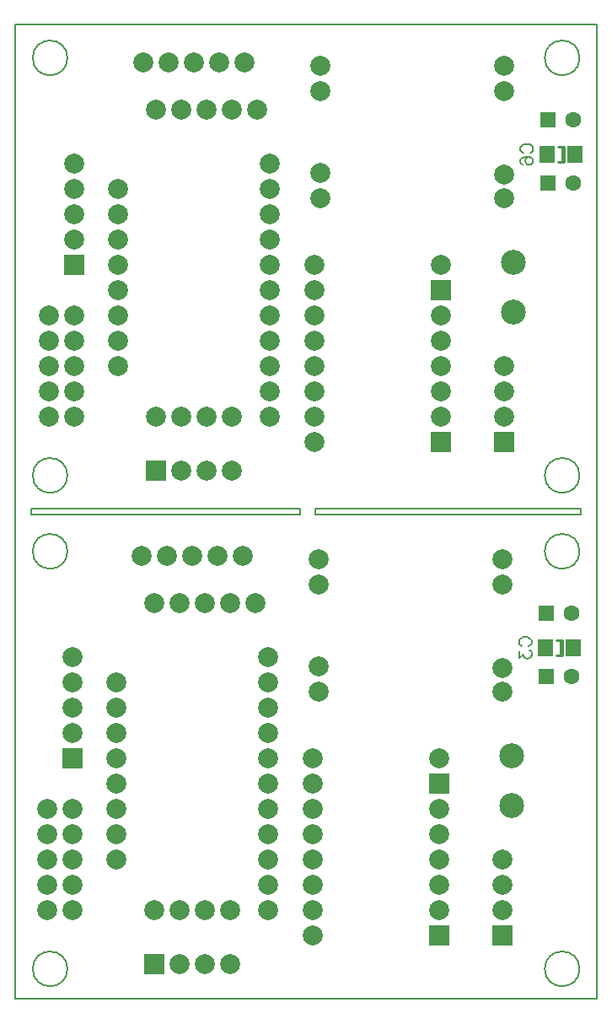
<source format=gbr>
G04 DipTrace 3.3.1.0*
G04 BottomAssy.gbr*
%MOMM*%
G04 #@! TF.FileFunction,Drawing,Bot*
G04 #@! TF.Part,Single*
%ADD10C,0.25*%
%ADD11C,0.14*%
G04 #@! TA.AperFunction,ComponentPad*
%ADD20C,2.5*%
%ADD24R,1.6X1.6*%
%ADD25C,1.6*%
%ADD28R,1.6X1.8*%
G04 #@! TA.AperFunction,ComponentPad*
%ADD29R,2.0X2.0*%
%ADD30C,2.0*%
%ADD32C,2.0*%
%ADD52C,0.19608*%
%FSLAX35Y35*%
G04*
G71*
G90*
G75*
G01*
G04 BotAssy*
%LPD*%
D20*
X5984750Y2936750D3*
Y3436750D3*
X6000627Y7889750D3*
Y8389750D3*
D24*
X6334000Y4873500D3*
D25*
X6588000D3*
D24*
X6334000Y4238500D3*
D25*
X6588000D3*
X6474873Y4444330D2*
D10*
Y4604170D1*
X6493793Y4444330D2*
Y4604170D1*
Y4444330D2*
X6433953D1*
X6493793Y4604170D2*
X6433953D1*
D28*
X6603873Y4524250D3*
X6323873D3*
D24*
X6349877Y9826500D3*
D25*
X6603877D3*
D24*
X6349877Y9191500D3*
D25*
X6603877D3*
X6490750Y9397330D2*
D10*
Y9557170D1*
X6509670Y9397330D2*
Y9557170D1*
Y9397330D2*
X6449830D1*
X6509670Y9557170D2*
X6449830D1*
D28*
X6619750Y9477250D3*
X6339750D3*
D29*
X1571500Y3413000D3*
D32*
Y3667000D3*
Y3921000D3*
Y4175000D3*
Y4429000D3*
D29*
X1587373Y8366000D3*
D32*
Y8620000D3*
Y8874000D3*
Y9128000D3*
Y9382000D3*
X3286000Y5445000D3*
X3032000D3*
X2778000D3*
X2524000D3*
X2270000D3*
X3301877Y10398000D3*
X3047877D3*
X2793877D3*
X2539877D3*
X2285877D3*
D29*
X2397000Y1349250D3*
D32*
X2651000D3*
X2905000D3*
X3159000D3*
D29*
X2412877Y6302250D3*
D32*
X2666877D3*
X2920877D3*
X3174877D3*
X1571500Y1889000D3*
Y2143000D3*
Y2397000D3*
Y2651000D3*
Y2905000D3*
X1317500Y1889000D3*
Y2143000D3*
Y2397000D3*
Y2651000D3*
Y2905000D3*
X1587373Y6842000D3*
Y7096000D3*
Y7350000D3*
Y7604000D3*
Y7858000D3*
X1333377Y6842000D3*
Y7096000D3*
Y7350000D3*
Y7604000D3*
Y7858000D3*
D29*
X5889500Y1635000D3*
D32*
Y1889000D3*
Y2143000D3*
Y2397000D3*
D29*
X5905373Y6588000D3*
D32*
Y6842000D3*
Y7096000D3*
Y7350000D3*
D30*
X5889500Y5413250D3*
Y5159250D3*
X4048000Y5413250D3*
Y5159250D3*
X5889500Y4317850D3*
Y4079750D3*
X4048000Y4333750D3*
Y4079750D3*
D29*
X5254620Y1635000D3*
D32*
X3984620Y3159000D3*
Y2905000D3*
Y2397000D3*
Y2143000D3*
Y1889000D3*
Y1635000D3*
X5254620Y3413000D3*
D29*
Y3159000D3*
D32*
Y2905000D3*
Y2651000D3*
Y2143000D3*
Y1889000D3*
X3984620Y3413000D3*
X5254620Y2397000D3*
X3984620Y2651000D3*
D30*
X5905377Y10366250D3*
Y10112250D3*
X4063873Y10366250D3*
Y10112250D3*
X5905377Y9270850D3*
Y9032750D3*
X4063873Y9286750D3*
Y9032750D3*
D29*
X5270497Y6588000D3*
D32*
X4000493Y8112000D3*
Y7858000D3*
Y7350000D3*
Y7096000D3*
Y6842000D3*
Y6588000D3*
X5270497Y8366000D3*
D29*
Y8112000D3*
D32*
Y7858000D3*
Y7604000D3*
Y7096000D3*
Y6842000D3*
X4000493Y8366000D3*
X5270497Y7350000D3*
X4000493Y7604000D3*
X3555877Y6842000D3*
Y7096000D3*
Y7350000D3*
Y7604000D3*
Y7858000D3*
Y8112000D3*
Y8366000D3*
Y8620000D3*
Y8874000D3*
Y9128000D3*
Y9382000D3*
X3174877Y6842000D3*
X2920877D3*
X2666877D3*
X3174877Y9921750D3*
X2920877D3*
X2412877D3*
X2666877D3*
X3428877D3*
X2031877Y7350000D3*
Y7604000D3*
Y7858000D3*
Y8112000D3*
Y8366000D3*
Y8620000D3*
Y8874000D3*
Y9128000D3*
X2412877Y6842000D3*
X3540000Y1889000D3*
Y2143000D3*
Y2397000D3*
Y2651000D3*
Y2905000D3*
Y3159000D3*
Y3413000D3*
Y3667000D3*
Y3921000D3*
Y4175000D3*
Y4429000D3*
X3159000Y1889000D3*
X2905000D3*
X2651000D3*
X3159000Y4968750D3*
X2905000D3*
X2397000D3*
X2651000D3*
X3413000D3*
X2016000Y2397000D3*
Y2651000D3*
Y2905000D3*
Y3159000D3*
Y3413000D3*
Y3667000D3*
Y3921000D3*
Y4175000D3*
X2397000Y1889000D3*
X6088210Y4540840D2*
D52*
X6076137Y4546876D1*
X6063923Y4559090D1*
X6057887Y4571163D1*
Y4595449D1*
X6063923Y4607663D1*
X6076137Y4619736D1*
X6088210Y4625913D1*
X6106460Y4631949D1*
X6136923D1*
X6155033Y4625913D1*
X6167246Y4619736D1*
X6179320Y4607663D1*
X6185496Y4595449D1*
Y4571163D1*
X6179320Y4559090D1*
X6167246Y4546876D1*
X6155033Y4540840D1*
X6058027Y4489411D2*
Y4422728D1*
X6106600Y4459088D1*
Y4440838D1*
X6112637Y4428765D1*
X6118673Y4422728D1*
X6136923Y4416551D1*
X6148996D1*
X6167246Y4422728D1*
X6179460Y4434801D1*
X6185496Y4453051D1*
X6185497Y4471301D1*
X6179460Y4489411D1*
X6173283Y4495447D1*
X6161210Y4501624D1*
X6104087Y9490751D2*
X6092014Y9496788D1*
X6079800Y9509001D1*
X6073764Y9521074D1*
Y9545361D1*
X6079800Y9557574D1*
X6092014Y9569647D1*
X6104087Y9575824D1*
X6122337Y9581861D1*
X6152800D1*
X6170910Y9575824D1*
X6183123Y9569647D1*
X6195196Y9557574D1*
X6201373Y9545361D1*
Y9521074D1*
X6195196Y9509001D1*
X6183123Y9496788D1*
X6170910Y9490751D1*
X6092013Y9378676D2*
X6079940Y9384713D1*
X6073904Y9402963D1*
Y9415036D1*
X6079940Y9433286D1*
X6098190Y9445499D1*
X6128514Y9451536D1*
X6158837D1*
X6183123Y9445499D1*
X6195337Y9433286D1*
X6201373Y9415036D1*
Y9408999D1*
X6195337Y9390890D1*
X6183123Y9378676D1*
X6164873Y9372640D1*
X6158836D1*
X6140586Y9378676D1*
X6128513Y9390890D1*
X6122477Y9408999D1*
Y9415036D1*
X6128514Y9433286D1*
X6140587Y9445499D1*
X6158837Y9451536D1*
X1000000Y10779000D2*
D11*
X6842000D1*
Y1000000D1*
X1000000D1*
Y10779000D1*
X1158750Y5921250D2*
X3857500D1*
Y5857750D1*
X1158750D1*
Y5921250D1*
X4016250D2*
X6683250D1*
Y5857750D1*
X4016250D1*
Y5921250D1*
X1174623Y5492625D2*
G02X1174623Y5492625I174625J0D01*
G01*
X6318123D2*
G02X6318123Y5492625I174625J0D01*
G01*
X1174623Y1301625D2*
G02X1174623Y1301625I174625J0D01*
G01*
X6318123D2*
G02X6318123Y1301625I174625J0D01*
G01*
X1174623Y10445625D2*
G02X1174623Y10445625I174625J0D01*
G01*
X6318123D2*
G02X6318123Y10445625I174625J0D01*
G01*
X1174623Y6254625D2*
G02X1174623Y6254625I174625J0D01*
G01*
X6318123D2*
G02X6318123Y6254625I174625J0D01*
G01*
M02*

</source>
